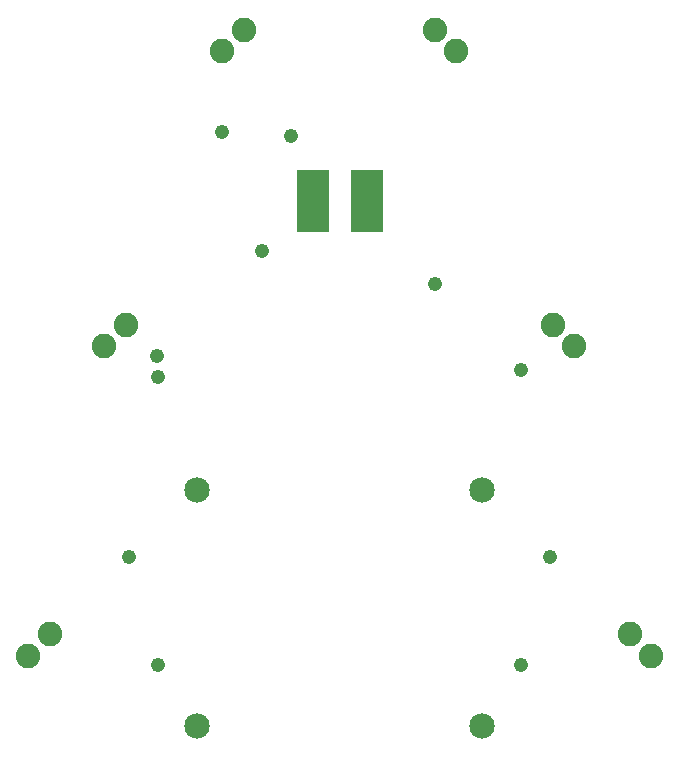
<source format=gts>
G75*
G70*
%OFA0B0*%
%FSLAX24Y24*%
%IPPOS*%
%LPD*%
%AMOC8*
5,1,8,0,0,1.08239X$1,22.5*
%
%ADD10C,0.0820*%
%ADD11R,0.1080X0.2080*%
%ADD12C,0.0848*%
%ADD13C,0.0476*%
D10*
X004721Y005403D03*
X005428Y006110D03*
X007250Y015718D03*
X007957Y016425D03*
X011187Y025561D03*
X011894Y026268D03*
X018273Y026268D03*
X018980Y025561D03*
X022210Y016425D03*
X022917Y015718D03*
X024759Y006110D03*
X025466Y005403D03*
D11*
X015990Y020570D03*
X014190Y020570D03*
D12*
X010350Y010924D03*
X010350Y003050D03*
X019830Y003050D03*
X019830Y010924D03*
D13*
X022110Y008690D03*
X021150Y005090D03*
X021150Y014930D03*
X018273Y017807D03*
X013470Y022730D03*
X011187Y022850D03*
X012510Y018890D03*
X009001Y015381D03*
X009030Y014690D03*
X008070Y008690D03*
X009030Y005090D03*
M02*

</source>
